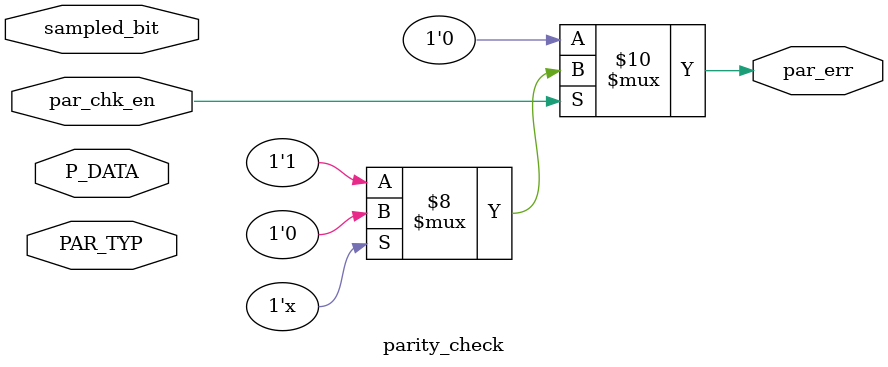
<source format=v>

module parity_check(
  input par_chk_en,PAR_TYP,
  input [7:0] P_DATA,
  input sampled_bit,
  output reg par_err
  );
  
  parameter EVEN_PARITY = 1'd0,
            ODD_PARITY = 1'd1;
            
  reg parity_calc;
  
  always @(*)
  begin
    
    par_err <= 1'd0;
    parity_calc <= 1'd0;
    
    if(par_chk_en)
      begin
        
        if(PAR_TYP == EVEN_PARITY)
          begin
            parity_calc <= ^P_DATA;
          end
        else
          begin
            parity_calc <= ~^P_DATA;
          end
          
          if(parity_calc == sampled_bit)
            begin
              par_err <= 1'd0;
            end
          else
            begin
              par_err <= 1'd1;
            end
      end
      
    else 
      begin
        par_err <= 1'd0;
        parity_calc <= 1'd0;
      end
    
  end
  
endmodule

</source>
